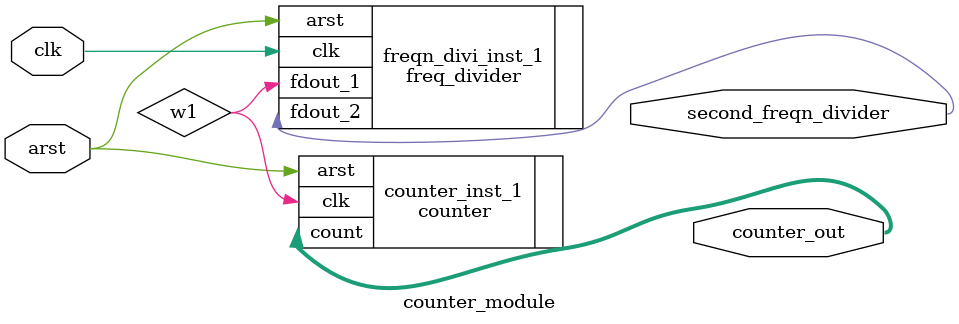
<source format=v>
`timescale 1ns / 1ps


module counter_module(
input clk, arst,
output [3:0] counter_out,
output  second_freqn_divider );
    wire w1;
    freq_divider  freqn_divi_inst_1(.fdout_2(second_freqn_divider),.fdout_1(w1),.clk(clk),.arst(arst) );
    counter  counter_inst_1(.clk(w1) ,.arst(arst),.count(counter_out));
    
endmodule
</source>
